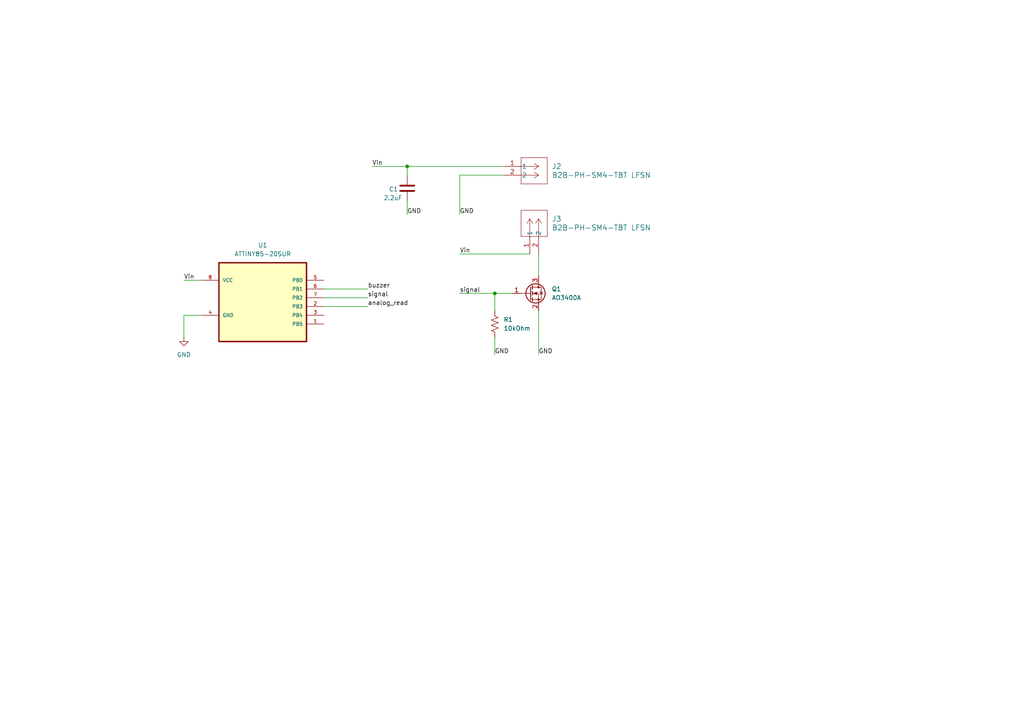
<source format=kicad_sch>
(kicad_sch (version 20231120) (generator "eeschema") (generator_version "8.0")
  (paper "A4")
  (lib_symbols
    (symbol "ATTINY85-20SUR:ATTINY85-20SUR" (pin_names (offset 1.016))
      (property "Reference" "U" (at -5.9162 9.9453 0))
      (property "Value" "ATTINY85-20SUR" (at -3.4073 -19.9604 0))
      (symbol "ATTINY85-20SUR_0_0"
        (rectangle (start -12.7 -15.24) (end 12.7 7.62) (stroke (width 0.4064)) (fill (type background)))
        (pin bidirectional line (at 17.78 -10.16 180) (length 5.08) (name "PB5") (number "1"))
        (pin bidirectional line (at 17.78 -5.08 180) (length 5.08) (name "PB3") (number "2"))
        (pin bidirectional line (at 17.78 -7.62 180) (length 5.08) (name "PB4") (number "3"))
        (pin passive line (at -17.78 -7.62 0) (length 5.08) (name "GND") (number "4"))
        (pin bidirectional line (at 17.78 2.54 180) (length 5.08) (name "PB0") (number "5"))
        (pin bidirectional line (at 17.78 0 180) (length 5.08) (name "PB1") (number "6"))
        (pin bidirectional line (at 17.78 -2.54 180) (length 5.08) (name "PB2") (number "7"))
        (pin power_in line (at -17.78 2.54 0) (length 5.08) (name "VCC") (number "8"))
      )
    )
    (symbol "Device:C" (pin_numbers hide) (pin_names (offset 0.254))
      (property "Reference" "C" (at 0.635 2.54 0))
      (property "Value" "C" (at 0.635 -2.54 0))
      (symbol "C_0_1"
        (polyline (pts (xy -2.032 -0.762) (xy 2.032 -0.762)) (stroke (width 0.508)))
        (polyline (pts (xy -2.032 0.762) (xy 2.032 0.762)) (stroke (width 0.508)))
      )
      (symbol "C_1_1"
        (pin passive line (at 0 3.81 270) (length 2.794) (name "~") (number "1"))
        (pin passive line (at 0 -3.81 90) (length 2.794) (name "~") (number "2"))
      )
    )
    (symbol "Device:R_US" (pin_numbers hide) (pin_names (offset 0))
      (property "Reference" "R" (at 2.54 0 90))
      (property "Value" "R_US" (at -2.54 0 90))
      (symbol "R_US_0_1"
        (polyline (pts (xy 0 -2.286) (xy 0 -2.54)))
        (polyline (pts (xy 0 2.286) (xy 0 2.54)))
        (polyline (pts (xy 0 -0.762) (xy 1.016 -1.143) (xy 0 -1.524) (xy -1.016 -1.905) (xy 0 -2.286)))
        (polyline (pts (xy 0 0.762) (xy 1.016 0.381) (xy 0 0) (xy -1.016 -0.381) (xy 0 -0.762)))
        (polyline (pts (xy 0 2.286) (xy 1.016 1.905) (xy 0 1.524) (xy -1.016 1.143) (xy 0 0.762)))
      )
      (symbol "R_US_1_1"
        (pin passive line (at 0 3.81 270) (length 1.27) (name "~") (number "1"))
        (pin passive line (at 0 -3.81 90) (length 1.27) (name "~") (number "2"))
      )
    )
    (symbol "Transistor_FET:AO3400A" (pin_names hide)
      (property "Reference" "Q" (at 5.08 1.905 0))
      (property "Value" "AO3400A" (at 5.08 0 0))
      (symbol "AO3400A_0_1"
        (polyline (pts (xy 0.254 0) (xy -2.54 0)))
        (polyline (pts (xy 0.254 1.905) (xy 0.254 -1.905)) (stroke (width 0.254)))
        (polyline (pts (xy 0.762 -1.27) (xy 0.762 -2.286)) (stroke (width 0.254)))
        (polyline (pts (xy 0.762 0.508) (xy 0.762 -0.508)) (stroke (width 0.254)))
        (polyline (pts (xy 0.762 2.286) (xy 0.762 1.27)) (stroke (width 0.254)))
        (polyline (pts (xy 2.54 2.54) (xy 2.54 1.778)))
        (polyline (pts (xy 2.54 -2.54) (xy 2.54 0) (xy 0.762 0)))
        (polyline (pts (xy 0.762 -1.778) (xy 3.302 -1.778) (xy 3.302 1.778) (xy 0.762 1.778)))
        (polyline (pts (xy 1.016 0) (xy 2.032 0.381) (xy 2.032 -0.381) (xy 1.016 0)) (fill (type outline)))
        (polyline (pts (xy 2.794 0.508) (xy 2.921 0.381) (xy 3.683 0.381) (xy 3.81 0.254)))
        (polyline (pts (xy 3.302 0.381) (xy 2.921 -0.254) (xy 3.683 -0.254) (xy 3.302 0.381)))
        (circle (center 1.651 0) (radius 2.794) (stroke (width 0.254)))
        (circle (center 2.54 -1.778) (radius 0.254) (fill (type outline)))
        (circle (center 2.54 1.778) (radius 0.254) (fill (type outline)))
      )
      (symbol "AO3400A_1_1"
        (pin input line (at -5.08 0 0) (length 2.54) (name "G") (number "1"))
        (pin passive line (at 2.54 -5.08 90) (length 2.54) (name "S") (number "2"))
        (pin passive line (at 2.54 5.08 270) (length 2.54) (name "D") (number "3"))
      )
    )
    (symbol "jst_ph:B2B-PH-SM4-TBT_LFSN" (pin_names (offset 0.254))
      (property "Reference" "J" (at 8.89 6.35 0))
      (property "Value" "B2B-PH-SM4-TBT LFSN" (at 0 0 0))
      (symbol "B2B-PH-SM4-TBT_LFSN_1_1"
        (polyline (pts (xy 5.08 -5.08) (xy 12.7 -5.08)) (stroke (width 0.127)))
        (polyline (pts (xy 5.08 2.54) (xy 5.08 -5.08)) (stroke (width 0.127)))
        (polyline (pts (xy 10.16 -2.54) (xy 5.08 -2.54)) (stroke (width 0.127)))
        (polyline (pts (xy 10.16 -2.54) (xy 8.89 -3.3867)) (stroke (width 0.127)))
        (polyline (pts (xy 10.16 -2.54) (xy 8.89 -1.6933)) (stroke (width 0.127)))
        (polyline (pts (xy 10.16 0) (xy 5.08 0)) (stroke (width 0.127)))
        (polyline (pts (xy 10.16 0) (xy 8.89 -0.8467)) (stroke (width 0.127)))
        (polyline (pts (xy 10.16 0) (xy 8.89 0.8467)) (stroke (width 0.127)))
        (polyline (pts (xy 12.7 -5.08) (xy 12.7 2.54)) (stroke (width 0.127)))
        (polyline (pts (xy 12.7 2.54) (xy 5.08 2.54)) (stroke (width 0.127)))
        (pin unspecified line (at 0 0 0) (length 5.08) (name "1") (number "1"))
        (pin unspecified line (at 0 -2.54 0) (length 5.08) (name "2") (number "2"))
      )
      (symbol "B2B-PH-SM4-TBT_LFSN_1_2"
        (polyline (pts (xy 5.08 -5.08) (xy 12.7 -5.08)) (stroke (width 0.127)))
        (polyline (pts (xy 5.08 2.54) (xy 5.08 -5.08)) (stroke (width 0.127)))
        (polyline (pts (xy 7.62 -2.54) (xy 5.08 -2.54)) (stroke (width 0.127)))
        (polyline (pts (xy 7.62 -2.54) (xy 8.89 -3.3867)) (stroke (width 0.127)))
        (polyline (pts (xy 7.62 -2.54) (xy 8.89 -1.6933)) (stroke (width 0.127)))
        (polyline (pts (xy 7.62 0) (xy 5.08 0)) (stroke (width 0.127)))
        (polyline (pts (xy 7.62 0) (xy 8.89 -0.8467)) (stroke (width 0.127)))
        (polyline (pts (xy 7.62 0) (xy 8.89 0.8467)) (stroke (width 0.127)))
        (polyline (pts (xy 12.7 -5.08) (xy 12.7 2.54)) (stroke (width 0.127)))
        (polyline (pts (xy 12.7 2.54) (xy 5.08 2.54)) (stroke (width 0.127)))
        (pin unspecified line (at 0 0 0) (length 5.08) (name "1") (number "1"))
        (pin unspecified line (at 0 -2.54 0) (length 5.08) (name "2") (number "2"))
      )
    )
    (symbol "power:GND" (power) (pin_numbers hide) (pin_names (offset 0) hide)
      (property "Value" "GND" (at 0 -3.81 0))
      (symbol "GND_0_1"
        (polyline (pts (xy 0 0) (xy 0 -1.27) (xy 1.27 -1.27) (xy 0 -2.54) (xy -1.27 -1.27) (xy 0 -1.27)))
      )
      (symbol "GND_1_1"
        (pin power_in line (at 0 0 270) (length 0) (name "~") (number "1"))
      )
    )
  )
  (junction (at 118.11 48.26))
  (junction (at 143.51 85.09))
  (wire (pts (xy 93.98 86.36) (xy 106.68 86.36)))
  (wire (pts (xy 143.51 97.79) (xy 143.51 102.87)))
  (wire (pts (xy 143.51 85.09) (xy 148.59 85.09)))
  (wire (pts (xy 118.11 58.42) (xy 118.11 62.23)))
  (wire (pts (xy 143.51 85.09) (xy 143.51 90.17)))
  (wire (pts (xy 133.35 73.66) (xy 153.67 73.66)))
  (wire (pts (xy 156.21 73.66) (xy 156.21 80.01)))
  (wire (pts (xy 133.35 85.09) (xy 143.51 85.09)))
  (wire (pts (xy 118.11 48.26) (xy 146.05 48.26)))
  (wire (pts (xy 146.05 50.8) (xy 133.35 50.8)))
  (wire (pts (xy 93.98 88.9) (xy 106.68 88.9)))
  (wire (pts (xy 93.98 83.82) (xy 106.68 83.82)))
  (wire (pts (xy 118.11 48.26) (xy 118.11 50.8)))
  (wire (pts (xy 156.21 90.17) (xy 156.21 102.87)))
  (wire (pts (xy 133.35 50.8) (xy 133.35 62.23)))
  (wire (pts (xy 107.95 48.26) (xy 118.11 48.26)))
  (wire (pts (xy 58.42 81.28) (xy 53.34 81.28)))
  (wire (pts (xy 53.34 91.44) (xy 53.34 97.79)))
  (wire (pts (xy 58.42 91.44) (xy 53.34 91.44)))
  (label "Vin" (at 133.35 73.66 0))
  (label "signal" (at 106.68 86.36 0))
  (label "signal" (at 133.35 85.09 0))
  (label "Vin" (at 53.34 81.28 0))
  (label "buzzer" (at 106.68 83.82 0))
  (label "GND" (at 143.51 102.87 0))
  (label "GND" (at 133.35 62.23 0))
  (label "analog_read" (at 106.68 88.9 0))
  (label "GND" (at 118.11 62.23 0))
  (label "GND" (at 156.21 102.87 0))
  (label "Vin" (at 107.95 48.26 0))
  (symbol (lib_id "power:GND") (at 53.34 97.79 0) (unit 1)
    (property "Reference" "#PWR01" (effects (hide yes)))
    (property "Value" "GND" (at 53.34 102.87 0))
    (property "Description" "Power symbol creates a global label with name \"GND\" , ground" (effects (hide yes)))
  )
  (symbol (lib_id "ATTINY85-20SUR:ATTINY85-20SUR") (at 76.2 83.82 0) (unit 1)
    (property "Reference" "U1" (at 76.2 71.12 0))
    (property "Value" "ATTINY85-20SUR" (at 76.2 73.66 0))
    (property "Footprint" "attiny85:ATTINY85-20SUR" (effects (hide yes)))
    (property "MPN" "ATTINY85-20SUR" (effects (hide yes)))
    (property "OC_FARNELL" "1455164" (effects (hide yes)))
    (property "OC_NEWARK" "58M3797" (effects (hide yes)))
    (property "SUPPLIER" "Atmel" (effects (hide yes)))
    (property "PACKAGE" "SOIC-8" (effects (hide yes)))
  )
  (symbol (lib_id "Device:R_US") (at 143.51 93.98 0) (unit 1)
    (property "Reference" "R1" (at 146.05 92.7099 0) (effects (justify left)))
    (property "Value" "10kOhm" (at 146.05 95.2499 0) (effects (justify left)))
    (property "Footprint" "Resistor_SMD:R_0805_2012Metric" (effects (hide yes)))
    (property "Description" "Resistor, US symbol" (effects (hide yes)))
  )
  (symbol (lib_id "jst_ph:B2B-PH-SM4-TBT_LFSN") (at 153.67 73.66 90) (unit 1)
    (property "Reference" "J3" (at 160.02 63.4999 90) (effects (font (size 1.524 1.524)) (justify right)))
    (property "Value" "B2B-PH-SM4-TBT LFSN" (at 160.02 66.0399 90) (effects (font (size 1.524 1.524)) (justify right)))
    (property "Footprint" "CONN2_B2B-PH-SM4_JST" (effects (hide yes)))
    (property "Datasheet" "B2B-PH-SM4-TBT LFSN" (effects (hide yes)))
  )
  (symbol (lib_id "jst_ph:B2B-PH-SM4-TBT_LFSN") (at 146.05 48.26 0) (unit 1)
    (property "Reference" "J2" (at 160.02 48.2599 0) (effects (font (size 1.524 1.524)) (justify left)))
    (property "Value" "B2B-PH-SM4-TBT LFSN" (at 160.02 50.7999 0) (effects (font (size 1.524 1.524)) (justify left)))
    (property "Footprint" "CONN2_B2B-PH-SM4_JST" (effects (hide yes)))
    (property "Datasheet" "B2B-PH-SM4-TBT LFSN" (effects (hide yes)))
  )
  (symbol (lib_id "Transistor_FET:AO3400A") (at 153.67 85.09 0) (unit 1)
    (property "Reference" "Q1" (at 160.02 83.8199 0) (effects (justify left)))
    (property "Value" "AO3400A" (at 160.02 86.3599 0) (effects (justify left)))
    (property "Footprint" "Package_TO_SOT_SMD:SOT-23-3" (effects (hide yes)))
    (property "Datasheet" "http://www.aosmd.com/pdfs/datasheet/AO3400A.pdf" (effects (hide yes)))
    (property "Description" "30V Vds, 5.7A Id, N-Channel MOSFET, SOT-23" (effects (hide yes)))
  )
  (symbol (lib_id "Device:C") (at 118.11 54.61 0) (unit 1)
    (property "Reference" "C1" (at 112.776 54.864 0) (effects (justify left)))
    (property "Value" "2.2uF" (at 111.252 57.404 0) (effects (justify left)))
    (property "Footprint" "Capacitor_SMD:C_0805_2012Metric" (effects (hide yes)))
    (property "Description" "Unpolarized capacitor" (effects (hide yes)))
  )
)
</source>
